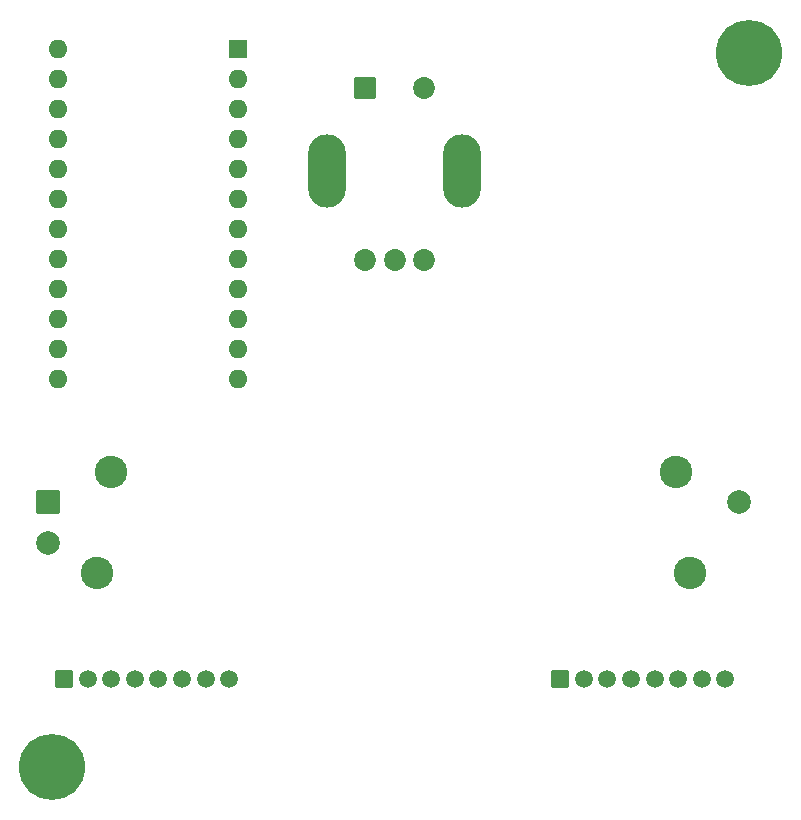
<source format=gbr>
%TF.GenerationSoftware,KiCad,Pcbnew,9.0.7*%
%TF.CreationDate,2026-01-21T12:24:25-06:00*%
%TF.ProjectId,FADETUBE_MIDI,46414445-5455-4424-955f-4d4944492e6b,rev?*%
%TF.SameCoordinates,Original*%
%TF.FileFunction,Soldermask,Bot*%
%TF.FilePolarity,Negative*%
%FSLAX46Y46*%
G04 Gerber Fmt 4.6, Leading zero omitted, Abs format (unit mm)*
G04 Created by KiCad (PCBNEW 9.0.7) date 2026-01-21 12:24:25*
%MOMM*%
%LPD*%
G01*
G04 APERTURE LIST*
G04 Aperture macros list*
%AMRoundRect*
0 Rectangle with rounded corners*
0 $1 Rounding radius*
0 $2 $3 $4 $5 $6 $7 $8 $9 X,Y pos of 4 corners*
0 Add a 4 corners polygon primitive as box body*
4,1,4,$2,$3,$4,$5,$6,$7,$8,$9,$2,$3,0*
0 Add four circle primitives for the rounded corners*
1,1,$1+$1,$2,$3*
1,1,$1+$1,$4,$5*
1,1,$1+$1,$6,$7*
1,1,$1+$1,$8,$9*
0 Add four rect primitives between the rounded corners*
20,1,$1+$1,$2,$3,$4,$5,0*
20,1,$1+$1,$4,$5,$6,$7,0*
20,1,$1+$1,$6,$7,$8,$9,0*
20,1,$1+$1,$8,$9,$2,$3,0*%
G04 Aperture macros list end*
%ADD10RoundRect,0.102000X0.654000X0.654000X-0.654000X0.654000X-0.654000X-0.654000X0.654000X-0.654000X0*%
%ADD11C,1.512000*%
%ADD12R,1.600000X1.600000*%
%ADD13O,1.600000X1.600000*%
%ADD14C,5.600000*%
%ADD15RoundRect,0.102000X-0.900000X-0.900000X0.900000X-0.900000X0.900000X0.900000X-0.900000X0.900000X0*%
%ADD16C,2.004000*%
%ADD17C,2.754000*%
%ADD18RoundRect,0.102000X-0.825000X-0.825000X0.825000X-0.825000X0.825000X0.825000X-0.825000X0.825000X0*%
%ADD19C,1.854000*%
%ADD20O,3.204000X6.204000*%
G04 APERTURE END LIST*
D10*
%TO.C,J2_DECK_B1*%
X164000000Y-143050000D03*
D11*
X166000000Y-143050000D03*
X168000000Y-143050000D03*
X170000000Y-143050000D03*
X172000000Y-143050000D03*
X174000000Y-143050000D03*
X176000000Y-143050000D03*
X178000000Y-143050000D03*
%TD*%
D12*
%TO.C,ArduinoProMicroATmega32U4USBC-1*%
X136740000Y-89640000D03*
D13*
X136740000Y-92180000D03*
X136740000Y-94720000D03*
X136740000Y-97260000D03*
X136740000Y-99800000D03*
X136740000Y-102340000D03*
X136740000Y-104880000D03*
X136740000Y-107420000D03*
X136740000Y-109960000D03*
X136740000Y-112500000D03*
X136740000Y-115040000D03*
X136740000Y-117580000D03*
X121500000Y-117580000D03*
X121500000Y-115040000D03*
X121500000Y-112500000D03*
X121500000Y-109960000D03*
X121500000Y-107420000D03*
X121500000Y-104880000D03*
X121500000Y-102340000D03*
X121500000Y-99800000D03*
X121500000Y-97260000D03*
X121500000Y-94720000D03*
X121500000Y-92180000D03*
X121500000Y-89640000D03*
%TD*%
D10*
%TO.C,J1_DECK_A1*%
X122000000Y-143000000D03*
D11*
X124000000Y-143000000D03*
X126000000Y-143000000D03*
X128000000Y-143000000D03*
X130000000Y-143000000D03*
X132000000Y-143000000D03*
X134000000Y-143000000D03*
X136000000Y-143000000D03*
%TD*%
D14*
%TO.C,MH1*%
X180000000Y-90000000D03*
%TD*%
%TO.C,MH2*%
X121000000Y-150500000D03*
%TD*%
D15*
%TO.C,FADER1*%
X120650000Y-128000000D03*
D16*
X120650000Y-131500000D03*
X179150000Y-128000000D03*
D17*
X126000000Y-125500000D03*
X124800000Y-134000000D03*
X173800000Y-125500000D03*
X175000000Y-134000000D03*
%TD*%
D18*
%TO.C,ROTARY_ENCODER_BTN1*%
X147500000Y-93000000D03*
D19*
X152500000Y-93000000D03*
X147500000Y-107500000D03*
X152500000Y-107500000D03*
X150000000Y-107500000D03*
D20*
X144300000Y-100000000D03*
X155700000Y-100000000D03*
%TD*%
M02*

</source>
